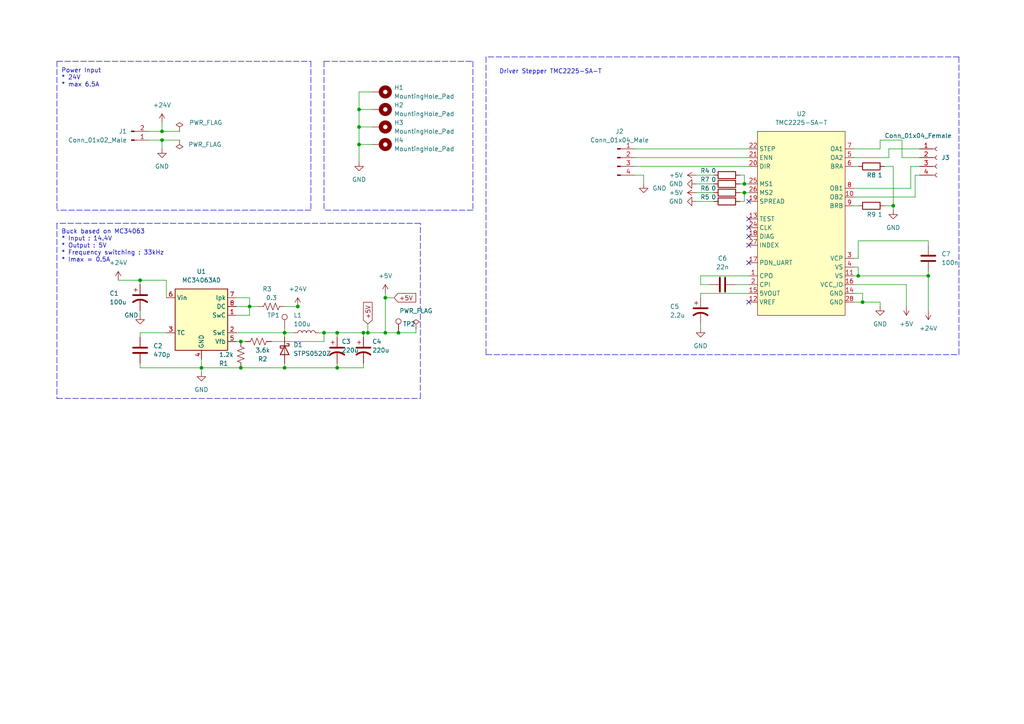
<source format=kicad_sch>
(kicad_sch (version 20211123) (generator eeschema)
  (paper "A4")
  (lib_symbols
    (symbol "Connector:Conn_01x02_Male" (pin_names (offset 1.016) hide)
      (property "Reference" "J" (at 0 2.54 0))
      (property "Value" "Conn_01x02_Male" (at 0 -5.08 0))
      (symbol "Conn_01x02_Male_1_1"
        (polyline (pts (xy 1.27 -2.54) (xy 0.8636 -2.54)) (stroke (width 0.1524)))
        (polyline (pts (xy 1.27 0) (xy 0.8636 0)) (stroke (width 0.1524)))
        (rectangle (start 0.8636 -2.413) (end 0 -2.667) (stroke (width 0.1524)) (fill (type outline)))
        (rectangle (start 0.8636 0.127) (end 0 -0.127) (stroke (width 0.1524)) (fill (type outline)))
        (pin passive line (at 5.08 0 180) (length 3.81) (name "Pin_1") (number "1"))
        (pin passive line (at 5.08 -2.54 180) (length 3.81) (name "Pin_2") (number "2"))
      )
    )
    (symbol "Connector:Conn_01x04_Female" (pin_names (offset 1.016) hide)
      (property "Reference" "J" (at 0 5.08 0))
      (property "Value" "Conn_01x04_Female" (at 0 -7.62 0))
      (symbol "Conn_01x04_Female_1_1"
        (arc (start 0 -4.572) (mid -0.508 -5.08) (end 0 -5.588) (stroke (width 0.1524)))
        (arc (start 0 -2.032) (mid -0.508 -2.54) (end 0 -3.048) (stroke (width 0.1524)))
        (polyline (pts (xy -1.27 -5.08) (xy -0.508 -5.08)) (stroke (width 0.1524)))
        (polyline (pts (xy -1.27 -2.54) (xy -0.508 -2.54)) (stroke (width 0.1524)))
        (polyline (pts (xy -1.27 0) (xy -0.508 0)) (stroke (width 0.1524)))
        (polyline (pts (xy -1.27 2.54) (xy -0.508 2.54)) (stroke (width 0.1524)))
        (arc (start 0 0.508) (mid -0.508 0) (end 0 -0.508) (stroke (width 0.1524)))
        (arc (start 0 3.048) (mid -0.508 2.54) (end 0 2.032) (stroke (width 0.1524)))
        (pin passive line (at -5.08 2.54 0) (length 3.81) (name "Pin_1") (number "1"))
        (pin passive line (at -5.08 0 0) (length 3.81) (name "Pin_2") (number "2"))
        (pin passive line (at -5.08 -2.54 0) (length 3.81) (name "Pin_3") (number "3"))
        (pin passive line (at -5.08 -5.08 0) (length 3.81) (name "Pin_4") (number "4"))
      )
    )
    (symbol "Connector:Conn_01x04_Male" (pin_names (offset 1.016) hide)
      (property "Reference" "J" (at 0 5.08 0))
      (property "Value" "Conn_01x04_Male" (at 0 -7.62 0))
      (symbol "Conn_01x04_Male_1_1"
        (polyline (pts (xy 1.27 -5.08) (xy 0.8636 -5.08)) (stroke (width 0.1524)))
        (polyline (pts (xy 1.27 -2.54) (xy 0.8636 -2.54)) (stroke (width 0.1524)))
        (polyline (pts (xy 1.27 0) (xy 0.8636 0)) (stroke (width 0.1524)))
        (polyline (pts (xy 1.27 2.54) (xy 0.8636 2.54)) (stroke (width 0.1524)))
        (rectangle (start 0.8636 -4.953) (end 0 -5.207) (stroke (width 0.1524)) (fill (type outline)))
        (rectangle (start 0.8636 -2.413) (end 0 -2.667) (stroke (width 0.1524)) (fill (type outline)))
        (rectangle (start 0.8636 0.127) (end 0 -0.127) (stroke (width 0.1524)) (fill (type outline)))
        (rectangle (start 0.8636 2.667) (end 0 2.413) (stroke (width 0.1524)) (fill (type outline)))
        (pin passive line (at 5.08 2.54 180) (length 3.81) (name "Pin_1") (number "1"))
        (pin passive line (at 5.08 0 180) (length 3.81) (name "Pin_2") (number "2"))
        (pin passive line (at 5.08 -2.54 180) (length 3.81) (name "Pin_3") (number "3"))
        (pin passive line (at 5.08 -5.08 180) (length 3.81) (name "Pin_4") (number "4"))
      )
    )
    (symbol "Connector:TestPoint" (pin_numbers hide) (pin_names (offset 0.762) hide)
      (property "Reference" "TP" (at 0 6.858 0))
      (property "Value" "TestPoint" (at 0 5.08 0))
      (symbol "TestPoint_0_1"
        (circle (center 0 3.302) (radius 0.762))
      )
      (symbol "TestPoint_1_1"
        (pin passive line (at 0 0 90) (length 2.54) (name "1") (number "1"))
      )
    )
    (symbol "Custom_laptop:TMC2225-SA-T"
      (property "Reference" "U" (at -11.43 25.4 0))
      (property "Value" "TMC2225-SA-T" (at 5.08 -31.75 0))
      (symbol "TMC2225-SA-T_0_1"
        (rectangle (start -12.7 24.13) (end 12.7 -29.21) (fill (type background)))
      )
      (symbol "TMC2225-SA-T_1_1"
        (pin passive line (at -15.24 -17.78 0) (length 2.54) (name "CPO") (number "1"))
        (pin passive line (at 15.24 5.08 180) (length 2.54) (name "OB2") (number "10"))
        (pin power_in line (at 15.24 -17.78 180) (length 2.54) (name "VS") (number "11"))
        (pin passive line (at -15.24 -25.4 0) (length 2.54) (name "VREF") (number "12"))
        (pin passive line (at -15.24 -1.27 0) (length 2.54) (name "TEST") (number "13"))
        (pin power_in line (at 15.24 -22.86 180) (length 2.54) (name "GND") (number "14"))
        (pin passive line (at -15.24 -22.86 0) (length 2.54) (name "5VOUT") (number "15"))
        (pin power_in line (at 15.24 -20.32 180) (length 2.54) (name "VCC_IO") (number "16"))
        (pin passive line (at -15.24 -13.97 0) (length 2.54) (name "PDN_UART") (number "17"))
        (pin passive line (at -15.24 -6.35 0) (length 2.54) (name "DIAG") (number "18"))
        (pin passive line (at -15.24 3.81 0) (length 2.54) (name "SPREAD") (number "19"))
        (pin passive line (at -15.24 -20.32 0) (length 2.54) (name "CPI") (number "2"))
        (pin passive line (at -15.24 13.97 0) (length 2.54) (name "DIR") (number "20"))
        (pin passive line (at -15.24 16.51 0) (length 2.54) (name "ENN") (number "21"))
        (pin passive line (at -15.24 19.05 0) (length 2.54) (name "STEP") (number "22"))
        (pin passive line (at -15.24 -3.81 0) (length 2.54) (name "CLK") (number "24"))
        (pin passive line (at -15.24 8.89 0) (length 2.54) (name "MS1") (number "25"))
        (pin passive line (at -15.24 6.35 0) (length 2.54) (name "MS2") (number "26"))
        (pin passive line (at -15.24 -8.89 0) (length 2.54) (name "INDEX") (number "27"))
        (pin power_in line (at 15.24 -25.4 180) (length 2.54) (name "GND") (number "28"))
        (pin passive line (at 15.24 -12.7 180) (length 2.54) (name "VCP") (number "3"))
        (pin passive line (at 15.24 -15.24 180) (length 2.54) (name "VS") (number "4"))
        (pin passive line (at 15.24 16.51 180) (length 2.54) (name "OA2") (number "5"))
        (pin passive line (at 15.24 13.97 180) (length 2.54) (name "BRA") (number "6"))
        (pin passive line (at 15.24 19.05 180) (length 2.54) (name "OA1") (number "7"))
        (pin passive line (at 15.24 7.62 180) (length 2.54) (name "OB1") (number "8"))
        (pin passive line (at 15.24 2.54 180) (length 2.54) (name "BRB") (number "9"))
      )
    )
    (symbol "Device:C" (pin_numbers hide) (pin_names (offset 0.254))
      (property "Reference" "C" (at 0.635 2.54 0))
      (property "Value" "C" (at 0.635 -2.54 0))
      (symbol "C_0_1"
        (polyline (pts (xy -2.032 -0.762) (xy 2.032 -0.762)) (stroke (width 0.508)))
        (polyline (pts (xy -2.032 0.762) (xy 2.032 0.762)) (stroke (width 0.508)))
      )
      (symbol "C_1_1"
        (pin passive line (at 0 3.81 270) (length 2.794) (name "~") (number "1"))
        (pin passive line (at 0 -3.81 90) (length 2.794) (name "~") (number "2"))
      )
    )
    (symbol "Device:C_Polarized_US" (pin_numbers hide) (pin_names (offset 0.254) hide)
      (property "Reference" "C" (at 0.635 2.54 0))
      (property "Value" "C_Polarized_US" (at 0.635 -2.54 0))
      (symbol "C_Polarized_US_0_1"
        (polyline (pts (xy -2.032 0.762) (xy 2.032 0.762)) (stroke (width 0.508)))
        (polyline (pts (xy -1.778 2.286) (xy -0.762 2.286)))
        (polyline (pts (xy -1.27 1.778) (xy -1.27 2.794)))
        (arc (start 2.032 -1.27) (mid 0 -0.5572) (end -2.032 -1.27) (stroke (width 0.508)))
      )
      (symbol "C_Polarized_US_1_1"
        (pin passive line (at 0 3.81 270) (length 2.794) (name "~") (number "1"))
        (pin passive line (at 0 -3.81 90) (length 3.302) (name "~") (number "2"))
      )
    )
    (symbol "Device:D_Schottky" (pin_numbers hide) (pin_names (offset 1.016) hide)
      (property "Reference" "D" (at 0 2.54 0))
      (property "Value" "D_Schottky" (at 0 -2.54 0))
      (symbol "D_Schottky_0_1"
        (polyline (pts (xy 1.27 0) (xy -1.27 0)))
        (polyline (pts (xy 1.27 1.27) (xy 1.27 -1.27) (xy -1.27 0) (xy 1.27 1.27)) (stroke (width 0.254)))
        (polyline (pts (xy -1.905 0.635) (xy -1.905 1.27) (xy -1.27 1.27) (xy -1.27 -1.27) (xy -0.635 -1.27) (xy -0.635 -0.635)) (stroke (width 0.254)))
      )
      (symbol "D_Schottky_1_1"
        (pin passive line (at -3.81 0 0) (length 2.54) (name "K") (number "1"))
        (pin passive line (at 3.81 0 180) (length 2.54) (name "A") (number "2"))
      )
    )
    (symbol "Device:L" (pin_numbers hide) (pin_names (offset 1.016) hide)
      (property "Reference" "L" (at -1.27 0 90))
      (property "Value" "L" (at 1.905 0 90))
      (symbol "L_0_1"
        (arc (start 0 -2.54) (mid 0.635 -1.905) (end 0 -1.27))
        (arc (start 0 -1.27) (mid 0.635 -0.635) (end 0 0))
        (arc (start 0 0) (mid 0.635 0.635) (end 0 1.27))
        (arc (start 0 1.27) (mid 0.635 1.905) (end 0 2.54))
      )
      (symbol "L_1_1"
        (pin passive line (at 0 3.81 270) (length 1.27) (name "1") (number "1"))
        (pin passive line (at 0 -3.81 90) (length 1.27) (name "2") (number "2"))
      )
    )
    (symbol "Device:R" (pin_numbers hide) (pin_names (offset 0))
      (property "Reference" "R" (at 2.032 0 90))
      (property "Value" "R" (at 0 0 90))
      (symbol "R_0_1"
        (rectangle (start -1.016 -2.54) (end 1.016 2.54) (stroke (width 0.254)))
      )
      (symbol "R_1_1"
        (pin passive line (at 0 3.81 270) (length 1.27) (name "~") (number "1"))
        (pin passive line (at 0 -3.81 90) (length 1.27) (name "~") (number "2"))
      )
    )
    (symbol "Device:R_US" (pin_numbers hide) (pin_names (offset 0))
      (property "Reference" "R" (at 2.54 0 90))
      (property "Value" "R_US" (at -2.54 0 90))
      (symbol "R_US_0_1"
        (polyline (pts (xy 0 -2.286) (xy 0 -2.54)))
        (polyline (pts (xy 0 2.286) (xy 0 2.54)))
        (polyline (pts (xy 0 -0.762) (xy 1.016 -1.143) (xy 0 -1.524) (xy -1.016 -1.905) (xy 0 -2.286)))
        (polyline (pts (xy 0 0.762) (xy 1.016 0.381) (xy 0 0) (xy -1.016 -0.381) (xy 0 -0.762)))
        (polyline (pts (xy 0 2.286) (xy 1.016 1.905) (xy 0 1.524) (xy -1.016 1.143) (xy 0 0.762)))
      )
      (symbol "R_US_1_1"
        (pin passive line (at 0 3.81 270) (length 1.27) (name "~") (number "1"))
        (pin passive line (at 0 -3.81 90) (length 1.27) (name "~") (number "2"))
      )
    )
    (symbol "Mechanical:MountingHole_Pad" (pin_numbers hide) (pin_names (offset 1.016) hide)
      (property "Reference" "H" (at 0 6.35 0))
      (property "Value" "MountingHole_Pad" (at 0 4.445 0))
      (symbol "MountingHole_Pad_0_1"
        (circle (center 0 1.27) (radius 1.27) (stroke (width 1.27)))
      )
      (symbol "MountingHole_Pad_1_1"
        (pin input line (at 0 -2.54 90) (length 2.54) (name "1") (number "1"))
      )
    )
    (symbol "Regulator_Switching:MC34063AD"
      (property "Reference" "U" (at -7.62 8.89 0))
      (property "Value" "MC34063AD" (at 0 8.89 0))
      (symbol "MC34063AD_0_1"
        (rectangle (start -7.62 7.62) (end 7.62 -10.16) (stroke (width 0.254)) (fill (type background)))
      )
      (symbol "MC34063AD_1_1"
        (pin open_collector line (at 10.16 0 180) (length 2.54) (name "SwC") (number "1"))
        (pin open_emitter line (at 10.16 -5.08 180) (length 2.54) (name "SwE") (number "2"))
        (pin passive line (at -10.16 -5.08 0) (length 2.54) (name "TC") (number "3"))
        (pin power_in line (at 0 -12.7 90) (length 2.54) (name "GND") (number "4"))
        (pin input line (at 10.16 -7.62 180) (length 2.54) (name "Vfb") (number "5"))
        (pin power_in line (at -10.16 5.08 0) (length 2.54) (name "Vin") (number "6"))
        (pin input line (at 10.16 5.08 180) (length 2.54) (name "Ipk") (number "7"))
        (pin open_collector line (at 10.16 2.54 180) (length 2.54) (name "DC") (number "8"))
      )
    )
    (symbol "power:+24V" (power) (pin_names (offset 0))
      (property "Value" "+24V" (at 0 3.556 0))
      (symbol "+24V_0_1"
        (polyline (pts (xy -0.762 1.27) (xy 0 2.54)))
        (polyline (pts (xy 0 0) (xy 0 2.54)))
        (polyline (pts (xy 0 2.54) (xy 0.762 1.27)))
      )
      (symbol "+24V_1_1"
        (pin power_in line (at 0 0 90) (length 0) hide (name "+24V") (number "1"))
      )
    )
    (symbol "power:+5V" (power) (pin_names (offset 0))
      (property "Value" "+5V" (at 0 3.556 0))
      (symbol "+5V_0_1"
        (polyline (pts (xy -0.762 1.27) (xy 0 2.54)))
        (polyline (pts (xy 0 0) (xy 0 2.54)))
        (polyline (pts (xy 0 2.54) (xy 0.762 1.27)))
      )
      (symbol "+5V_1_1"
        (pin power_in line (at 0 0 90) (length 0) hide (name "+5V") (number "1"))
      )
    )
    (symbol "power:GND" (power) (pin_names (offset 0))
      (property "Value" "GND" (at 0 -3.81 0))
      (symbol "GND_0_1"
        (polyline (pts (xy 0 0) (xy 0 -1.27) (xy 1.27 -1.27) (xy 0 -2.54) (xy -1.27 -1.27) (xy 0 -1.27)))
      )
      (symbol "GND_1_1"
        (pin power_in line (at 0 0 270) (length 0) hide (name "GND") (number "1"))
      )
    )
    (symbol "power:PWR_FLAG" (power) (pin_numbers hide) (pin_names (offset 0) hide)
      (property "Value" "PWR_FLAG" (at 0 3.81 0))
      (symbol "PWR_FLAG_0_0"
        (pin power_out line (at 0 0 90) (length 0) (name "pwr") (number "1"))
      )
      (symbol "PWR_FLAG_0_1"
        (polyline (pts (xy 0 0) (xy 0 1.27) (xy -1.016 1.905) (xy 0 2.54) (xy 1.016 1.905) (xy 0 1.27)))
      )
    )
  )
  (junction (at 82.55 96.52))
  (junction (at 97.79 106.68))
  (junction (at 105.41 96.52))
  (junction (at 58.42 106.68))
  (junction (at 46.99 38.1))
  (junction (at 104.14 31.75))
  (junction (at 97.79 96.52))
  (junction (at 269.24 80.01))
  (junction (at 86.36 88.9))
  (junction (at 259.08 59.69))
  (junction (at 46.99 40.64))
  (junction (at 40.64 81.28))
  (junction (at 104.14 41.91))
  (junction (at 215.9 53.34))
  (junction (at 93.98 96.52))
  (junction (at 72.39 88.9))
  (junction (at 111.76 96.52))
  (junction (at 69.85 106.68))
  (junction (at 106.68 96.52))
  (junction (at 215.9 55.88))
  (junction (at 111.76 86.36))
  (junction (at 104.14 36.83))
  (junction (at 82.55 106.68))
  (junction (at 250.19 87.63))
  (junction (at 115.57 96.52))
  (junction (at 248.92 80.01))
  (junction (at 69.85 99.06))
  (no_connect (at 217.17 87.63))
  (no_connect (at 217.17 68.58))
  (no_connect (at 217.17 71.12))
  (no_connect (at 217.17 58.42))
  (no_connect (at 217.17 63.5))
  (no_connect (at 217.17 66.04))
  (no_connect (at 217.17 76.2))
  (wire (pts (xy 201.93 53.34) (xy 207.01 53.34)))
  (wire (pts (xy 184.15 48.26) (xy 217.17 48.26)))
  (wire (pts (xy 184.15 50.8) (xy 186.69 50.8)))
  (wire (pts (xy 247.65 85.09) (xy 250.19 85.09)))
  (wire (pts (xy 247.65 57.15) (xy 265.43 57.15)))
  (wire (pts (xy 40.64 105.41) (xy 40.64 106.68)))
  (wire (pts (xy 72.39 86.36) (xy 72.39 88.9)))
  (wire (pts (xy 265.43 50.8) (xy 266.7 50.8)))
  (polyline (pts (xy 16.51 17.78) (xy 90.17 17.78)))
  (wire (pts (xy 82.55 88.9) (xy 86.36 88.9)))
  (wire (pts (xy 264.16 54.61) (xy 247.65 54.61)))
  (polyline (pts (xy 278.13 16.51) (xy 140.97 16.51)))
  (polyline (pts (xy 93.98 17.78) (xy 137.16 17.78)))
  (wire (pts (xy 97.79 96.52) (xy 97.79 97.79)))
  (wire (pts (xy 82.55 105.41) (xy 82.55 106.68)))
  (wire (pts (xy 250.19 87.63) (xy 247.65 87.63)))
  (wire (pts (xy 269.24 78.74) (xy 269.24 80.01)))
  (wire (pts (xy 46.99 38.1) (xy 52.07 38.1)))
  (wire (pts (xy 72.39 91.44) (xy 72.39 88.9)))
  (wire (pts (xy 266.7 48.26) (xy 264.16 48.26)))
  (wire (pts (xy 203.2 86.36) (xy 203.2 85.09)))
  (wire (pts (xy 105.41 106.68) (xy 97.79 106.68)))
  (wire (pts (xy 58.42 107.95) (xy 58.42 106.68)))
  (wire (pts (xy 105.41 96.52) (xy 106.68 96.52)))
  (wire (pts (xy 104.14 31.75) (xy 104.14 36.83)))
  (wire (pts (xy 201.93 50.8) (xy 207.01 50.8)))
  (wire (pts (xy 215.9 55.88) (xy 217.17 55.88)))
  (wire (pts (xy 40.64 81.28) (xy 40.64 82.55)))
  (wire (pts (xy 184.15 45.72) (xy 217.17 45.72)))
  (wire (pts (xy 86.36 88.9) (xy 86.36 87.63)))
  (wire (pts (xy 82.55 95.25) (xy 82.55 96.52)))
  (wire (pts (xy 203.2 82.55) (xy 203.2 80.01)))
  (polyline (pts (xy 93.98 17.78) (xy 93.98 60.96)))
  (wire (pts (xy 104.14 36.83) (xy 104.14 41.91)))
  (wire (pts (xy 269.24 80.01) (xy 248.92 80.01)))
  (wire (pts (xy 40.64 81.28) (xy 48.26 81.28)))
  (wire (pts (xy 43.18 38.1) (xy 46.99 38.1)))
  (polyline (pts (xy 121.92 64.77) (xy 16.51 64.77)))
  (wire (pts (xy 203.2 85.09) (xy 217.17 85.09)))
  (wire (pts (xy 120.65 95.25) (xy 120.65 96.52)))
  (wire (pts (xy 68.58 96.52) (xy 82.55 96.52)))
  (wire (pts (xy 106.68 93.98) (xy 106.68 96.52)))
  (wire (pts (xy 48.26 96.52) (xy 40.64 96.52)))
  (wire (pts (xy 247.65 59.69) (xy 248.92 59.69)))
  (wire (pts (xy 214.63 55.88) (xy 215.9 55.88)))
  (wire (pts (xy 215.9 53.34) (xy 217.17 53.34)))
  (wire (pts (xy 214.63 58.42) (xy 215.9 58.42)))
  (polyline (pts (xy 278.13 16.51) (xy 278.13 102.87)))
  (wire (pts (xy 48.26 81.28) (xy 48.26 86.36)))
  (wire (pts (xy 257.81 43.18) (xy 266.7 43.18)))
  (wire (pts (xy 261.62 40.64) (xy 261.62 45.72)))
  (wire (pts (xy 46.99 40.64) (xy 52.07 40.64)))
  (wire (pts (xy 111.76 85.09) (xy 111.76 86.36)))
  (wire (pts (xy 72.39 88.9) (xy 74.93 88.9)))
  (wire (pts (xy 201.93 58.42) (xy 207.01 58.42)))
  (wire (pts (xy 111.76 86.36) (xy 114.3 86.36)))
  (wire (pts (xy 256.54 48.26) (xy 259.08 48.26)))
  (polyline (pts (xy 90.17 17.78) (xy 90.17 60.96)))
  (wire (pts (xy 40.64 96.52) (xy 40.64 97.79)))
  (wire (pts (xy 111.76 86.36) (xy 111.76 96.52)))
  (wire (pts (xy 213.36 82.55) (xy 217.17 82.55)))
  (wire (pts (xy 247.65 74.93) (xy 248.92 74.93)))
  (wire (pts (xy 104.14 36.83) (xy 107.95 36.83)))
  (wire (pts (xy 214.63 53.34) (xy 215.9 53.34)))
  (polyline (pts (xy 16.51 17.78) (xy 16.51 60.96)))
  (wire (pts (xy 78.74 99.06) (xy 93.98 99.06)))
  (wire (pts (xy 97.79 106.68) (xy 97.79 105.41)))
  (wire (pts (xy 256.54 59.69) (xy 259.08 59.69)))
  (wire (pts (xy 203.2 80.01) (xy 217.17 80.01)))
  (polyline (pts (xy 16.51 115.57) (xy 121.92 115.57)))
  (wire (pts (xy 269.24 69.85) (xy 269.24 71.12)))
  (wire (pts (xy 93.98 99.06) (xy 93.98 96.52)))
  (wire (pts (xy 255.27 40.64) (xy 261.62 40.64)))
  (wire (pts (xy 97.79 96.52) (xy 105.41 96.52)))
  (wire (pts (xy 250.19 85.09) (xy 250.19 87.63)))
  (wire (pts (xy 248.92 80.01) (xy 248.92 77.47)))
  (polyline (pts (xy 16.51 64.77) (xy 16.51 115.57)))
  (wire (pts (xy 68.58 86.36) (xy 72.39 86.36)))
  (wire (pts (xy 104.14 31.75) (xy 107.95 31.75)))
  (wire (pts (xy 247.65 48.26) (xy 248.92 48.26)))
  (polyline (pts (xy 140.97 16.51) (xy 140.97 102.87)))
  (wire (pts (xy 68.58 91.44) (xy 72.39 91.44)))
  (wire (pts (xy 262.89 82.55) (xy 262.89 88.9)))
  (wire (pts (xy 247.65 82.55) (xy 262.89 82.55)))
  (wire (pts (xy 104.14 41.91) (xy 104.14 46.99)))
  (wire (pts (xy 104.14 26.67) (xy 104.14 31.75)))
  (wire (pts (xy 247.65 80.01) (xy 248.92 80.01)))
  (wire (pts (xy 69.85 99.06) (xy 71.12 99.06)))
  (wire (pts (xy 205.74 82.55) (xy 203.2 82.55)))
  (wire (pts (xy 82.55 96.52) (xy 85.09 96.52)))
  (wire (pts (xy 214.63 50.8) (xy 215.9 50.8)))
  (wire (pts (xy 257.81 45.72) (xy 257.81 43.18)))
  (wire (pts (xy 184.15 43.18) (xy 217.17 43.18)))
  (wire (pts (xy 34.29 81.28) (xy 40.64 81.28)))
  (wire (pts (xy 68.58 99.06) (xy 69.85 99.06)))
  (wire (pts (xy 203.2 93.98) (xy 203.2 95.25)))
  (wire (pts (xy 105.41 106.68) (xy 105.41 105.41)))
  (wire (pts (xy 201.93 55.88) (xy 207.01 55.88)))
  (wire (pts (xy 186.69 50.8) (xy 186.69 53.34)))
  (wire (pts (xy 255.27 88.9) (xy 255.27 87.63)))
  (wire (pts (xy 40.64 90.17) (xy 40.64 91.44)))
  (wire (pts (xy 111.76 96.52) (xy 115.57 96.52)))
  (polyline (pts (xy 137.16 60.96) (xy 93.98 60.96)))
  (wire (pts (xy 58.42 104.14) (xy 58.42 106.68)))
  (wire (pts (xy 58.42 106.68) (xy 69.85 106.68)))
  (wire (pts (xy 69.85 106.68) (xy 82.55 106.68)))
  (wire (pts (xy 248.92 74.93) (xy 248.92 69.85)))
  (wire (pts (xy 215.9 58.42) (xy 215.9 55.88)))
  (wire (pts (xy 40.64 106.68) (xy 58.42 106.68)))
  (wire (pts (xy 247.65 45.72) (xy 257.81 45.72)))
  (wire (pts (xy 247.65 43.18) (xy 255.27 43.18)))
  (wire (pts (xy 68.58 88.9) (xy 72.39 88.9)))
  (polyline (pts (xy 140.97 102.87) (xy 278.13 102.87)))
  (wire (pts (xy 97.79 106.68) (xy 82.55 106.68)))
  (wire (pts (xy 261.62 45.72) (xy 266.7 45.72)))
  (wire (pts (xy 250.19 87.63) (xy 255.27 87.63)))
  (wire (pts (xy 82.55 96.52) (xy 82.55 97.79)))
  (wire (pts (xy 105.41 96.52) (xy 105.41 97.79)))
  (wire (pts (xy 93.98 96.52) (xy 97.79 96.52)))
  (wire (pts (xy 43.18 40.64) (xy 46.99 40.64)))
  (wire (pts (xy 247.65 77.47) (xy 248.92 77.47)))
  (wire (pts (xy 92.71 96.52) (xy 93.98 96.52)))
  (wire (pts (xy 248.92 69.85) (xy 269.24 69.85)))
  (wire (pts (xy 259.08 48.26) (xy 259.08 59.69)))
  (wire (pts (xy 120.65 96.52) (xy 115.57 96.52)))
  (wire (pts (xy 106.68 96.52) (xy 111.76 96.52)))
  (wire (pts (xy 46.99 40.64) (xy 46.99 43.18)))
  (polyline (pts (xy 121.92 115.57) (xy 121.92 64.77)))
  (wire (pts (xy 215.9 50.8) (xy 215.9 53.34)))
  (wire (pts (xy 255.27 43.18) (xy 255.27 40.64)))
  (polyline (pts (xy 90.17 60.96) (xy 16.51 60.96)))
  (wire (pts (xy 265.43 57.15) (xy 265.43 50.8)))
  (wire (pts (xy 107.95 26.67) (xy 104.14 26.67)))
  (wire (pts (xy 46.99 38.1) (xy 46.99 35.56)))
  (wire (pts (xy 104.14 41.91) (xy 107.95 41.91)))
  (wire (pts (xy 264.16 48.26) (xy 264.16 54.61)))
  (wire (pts (xy 269.24 90.17) (xy 269.24 80.01)))
  (polyline (pts (xy 137.16 17.78) (xy 137.16 60.96)))
  (wire (pts (xy 259.08 59.69) (xy 259.08 60.96)))
  (text "Driver Stepper TMC2225-SA-T\n" (at 144.78 21.59 0) (effects (font (size 1.27 1.27)) (justify left bottom)))
  (text "Buck based on MC34063\n* Input : 14.4V\n* Output : 5V\n* Frequency switching : 33kHz\n* Imax = 0.5A\n" (at 17.78 76.2 0) (effects (font (size 1.27 1.27)) (justify left bottom)))
  (text "Power Input\n* 24V \n* max 6.5A" (at 17.78 25.4 0) (effects (font (size 1.27 1.27)) (justify left bottom)))
  (global_label "+5V" (shape input) (at 106.68 93.98 90) (property "Intersheet References" "${INTERSHEET_REFS}" (effects hide)))
  (global_label "+5V" (shape input) (at 114.3 86.36 0) (property "Intersheet References" "${INTERSHEET_REFS}" (effects hide)))
  (symbol (lib_id "Device:L") (at 88.9 96.52 90) (unit 1)
    (property "Reference" "L1" (at 86.36 91.44 90))
    (property "Value" "100u" (at 87.63 93.98 90))
    (property "Footprint" "Inductor_SMD:L_12x12mm_H6mm" (effects hide))
    (property "Datasheet" "https://www.we-online.com/catalog/datasheet/784771101.pdf" (effects hide))
  )
  (symbol (lib_id "Mechanical:MountingHole_Pad") (at 110.49 36.83 270) (unit 1)
    (property "Reference" "H3" (at 114.3 35.5599 90) (effects (justify left)))
    (property "Value" "MountingHole_Pad" (at 114.3 38.0999 90) (effects (justify left)))
    (property "Footprint" "MountingHole:MountingHole_3.2mm_M3_DIN965_Pad" (effects hide))
  )
  (symbol (lib_id "power:GND") (at 58.42 107.95 0) (unit 1)
    (property "Reference" "#PWR05" (effects hide))
    (property "Value" "GND" (at 58.42 113.03 0))
  )
  (symbol (lib_id "Connector:TestPoint") (at 82.55 95.25 0) (unit 1)
    (property "Reference" "TP1" (at 77.47 91.44 0) (effects (justify left)))
    (property "Value" "BUCK_OUT" (effects hide))
    (property "Footprint" "TestPoint:TestPoint_Pad_D1.0mm" (effects hide))
  )
  (symbol (lib_id "Connector:Conn_01x04_Female") (at 271.78 45.72 0) (unit 1)
    (property "Reference" "J3" (at 273.05 45.7199 0) (effects (justify left)))
    (property "Value" "Conn_01x04_Female" (at 256.54 39.37 0) (effects (justify left)))
    (property "Footprint" "Connector_PinSocket_2.54mm:PinSocket_1x04_P2.54mm_Vertical" (effects hide))
  )
  (symbol (lib_id "power:GND") (at 201.93 58.42 270) (unit 1)
    (property "Reference" "#PWR012" (effects hide))
    (property "Value" "GND" (at 198.12 58.4199 90) (effects (justify right)))
  )
  (symbol (lib_id "power:+24V") (at 34.29 81.28 0) (unit 1)
    (property "Reference" "#PWR01" (effects hide))
    (property "Value" "+24V" (at 34.29 76.2 0))
  )
  (symbol (lib_id "Connector:TestPoint") (at 115.57 96.52 0) (unit 1)
    (property "Reference" "TP2" (at 116.84 93.98 0) (effects (justify left)))
    (property "Value" "+5V" (effects hide))
    (property "Footprint" "TestPoint:TestPoint_Pad_D1.0mm" (effects hide))
  )
  (symbol (lib_id "Device:C") (at 209.55 82.55 90) (unit 1)
    (property "Reference" "C6" (at 209.55 74.93 90))
    (property "Value" "22n" (at 209.55 77.47 90))
    (property "Footprint" "Capacitor_SMD:C_0603_1608Metric_Pad1.08x0.95mm_HandSolder" (effects hide))
  )
  (symbol (lib_id "power:GND") (at 40.64 91.44 0) (unit 1)
    (property "Reference" "#PWR02" (effects hide))
    (property "Value" "GND" (at 38.1 91.44 0))
  )
  (symbol (lib_id "Device:R_US") (at 74.93 99.06 90) (unit 1)
    (property "Reference" "R2" (at 76.2 104.14 90))
    (property "Value" "3.6k" (at 76.2 101.6 90))
    (property "Footprint" "Resistor_SMD:R_0603_1608Metric_Pad0.98x0.95mm_HandSolder" (effects hide))
  )
  (symbol (lib_id "Device:C") (at 40.64 101.6 0) (unit 1)
    (property "Reference" "C2" (at 44.45 100.3299 0) (effects (justify left)))
    (property "Value" "470p" (at 44.45 102.8699 0) (effects (justify left)))
    (property "Footprint" "Capacitor_SMD:C_0603_1608Metric_Pad1.08x0.95mm_HandSolder" (effects hide))
  )
  (symbol (lib_id "Device:R") (at 252.73 48.26 90) (unit 1)
    (property "Reference" "R8" (at 252.73 50.8 90))
    (property "Value" "1" (at 255.27 50.8 90))
    (property "Footprint" "Resistor_SMD:R_0603_1608Metric_Pad0.98x0.95mm_HandSolder" (effects hide))
  )
  (symbol (lib_id "power:GND") (at 201.93 53.34 270) (unit 1)
    (property "Reference" "#PWR010" (effects hide))
    (property "Value" "GND" (at 198.12 53.3399 90) (effects (justify right)))
  )
  (symbol (lib_id "Device:R_US") (at 69.85 102.87 0) (unit 1)
    (property "Reference" "R1" (at 63.5 105.41 0) (effects (justify left)))
    (property "Value" "1.2k" (at 63.5 102.87 0) (effects (justify left)))
    (property "Footprint" "Resistor_SMD:R_0603_1608Metric_Pad0.98x0.95mm_HandSolder" (effects hide))
  )
  (symbol (lib_id "power:GND") (at 255.27 88.9 0) (unit 1)
    (property "Reference" "#PWR014" (effects hide))
    (property "Value" "GND" (at 255.27 93.98 0))
  )
  (symbol (lib_id "power:+5V") (at 262.89 88.9 180) (unit 1)
    (property "Reference" "#PWR016" (effects hide))
    (property "Value" "+5V" (at 262.89 93.98 0))
  )
  (symbol (lib_id "power:GND") (at 186.69 53.34 0) (unit 1)
    (property "Reference" "#PWR08" (effects hide))
    (property "Value" "GND" (at 189.23 54.6099 0) (effects (justify left)))
  )
  (symbol (lib_id "power:PWR_FLAG") (at 120.65 95.25 0) (unit 1)
    (property "Reference" "#FLG01" (effects hide))
    (property "Value" "PWR_FLAG" (at 120.65 90.17 0))
  )
  (symbol (lib_id "power:PWR_FLAG") (at 52.07 38.1 0) (unit 1)
    (property "Reference" "#FLG0102" (effects hide))
    (property "Value" "PWR_FLAG" (at 59.69 35.56 0))
  )
  (symbol (lib_id "Regulator_Switching:MC34063AD") (at 58.42 91.44 0) (unit 1)
    (property "Reference" "U1" (at 58.42 78.74 0))
    (property "Value" "MC34063AD" (at 58.42 81.28 0))
    (property "Footprint" "Package_SO:SOIC-8_3.9x4.9mm_P1.27mm" (effects hide))
    (property "Datasheet" "http://www.onsemi.com/pub_link/Collateral/MC34063A-D.PDF" (effects hide))
    (property "URL" "https://fr.farnell.com/stmicroelectronics/mc34063abd-tr/controleur-dc-dc-cms-34063-so8/dp/1087205" (effects hide))
  )
  (symbol (lib_id "power:+24V") (at 86.36 88.9 0) (unit 1)
    (property "Reference" "#PWR0101" (effects hide))
    (property "Value" "+24V" (at 86.36 83.82 0))
  )
  (symbol (lib_id "Connector:Conn_01x02_Male") (at 38.1 40.64 0) (mirror x) (unit 1)
    (property "Reference" "J1" (at 36.83 38.0999 0) (effects (justify right)))
    (property "Value" "Conn_01x02_Male" (at 36.83 40.6399 0) (effects (justify right)))
    (property "Footprint" "Connector_AMASS:AMASS_XT60-M_1x02_P7.20mm_Vertical" (effects hide))
  )
  (symbol (lib_id "Device:D_Schottky") (at 82.55 101.6 270) (unit 1)
    (property "Reference" "D1" (at 85.09 100.0124 90) (effects (justify left)))
    (property "Value" "STPS0520Z" (at 85.09 102.5524 90) (effects (justify left)))
    (property "Footprint" "Diode_SMD:D_SOD-123" (effects hide))
  )
  (symbol (lib_id "power:+24V") (at 269.24 90.17 180) (unit 1)
    (property "Reference" "#PWR017" (effects hide))
    (property "Value" "+24V" (at 269.24 95.25 0))
  )
  (symbol (lib_id "Device:C_Polarized_US") (at 105.41 101.6 0) (unit 1)
    (property "Reference" "C4" (at 107.95 99.06 0) (effects (justify left)))
    (property "Value" "220u" (at 107.95 101.6 0) (effects (justify left)))
    (property "Footprint" "Capacitor_SMD:CP_Elec_8x10.5" (effects hide))
  )
  (symbol (lib_id "Device:R") (at 210.82 53.34 90) (unit 1)
    (property "Reference" "R5" (at 204.47 57.15 90))
    (property "Value" "0" (at 207.01 52.07 90))
    (property "Footprint" "Resistor_SMD:R_0603_1608Metric_Pad0.98x0.95mm_HandSolder" (effects hide))
  )
  (symbol (lib_id "power:GND") (at 46.99 43.18 0) (unit 1)
    (property "Reference" "#PWR04" (effects hide))
    (property "Value" "GND" (at 46.99 48.26 0))
  )
  (symbol (lib_id "Custom_laptop:TMC2225-SA-T") (at 232.41 62.23 0) (unit 1)
    (property "Reference" "U2" (at 232.41 33.02 0))
    (property "Value" "TMC2225-SA-T" (at 232.41 35.56 0))
    (property "Footprint" "Package_SO:HTSSOP-28-1EP_4.4x9.7mm_P0.65mm_EP2.85x5.4mm_ThermalVias" (effects hide))
  )
  (symbol (lib_id "Device:C_Polarized_US") (at 203.2 90.17 0) (unit 1)
    (property "Reference" "C5" (at 194.31 88.9 0) (effects (justify left)))
    (property "Value" "2.2u" (at 194.31 91.44 0) (effects (justify left)))
    (property "Footprint" "Capacitor_SMD:CP_Elec_4x5.7" (effects hide))
  )
  (symbol (lib_id "power:GND") (at 203.2 95.25 0) (unit 1)
    (property "Reference" "#PWR013" (effects hide))
    (property "Value" "GND" (at 203.2 100.33 0))
  )
  (symbol (lib_id "Device:R") (at 210.82 50.8 90) (unit 1)
    (property "Reference" "R4" (at 204.47 49.53 90))
    (property "Value" "0" (at 207.01 49.53 90))
    (property "Footprint" "Resistor_SMD:R_0603_1608Metric_Pad0.98x0.95mm_HandSolder" (effects hide))
  )
  (symbol (lib_id "power:PWR_FLAG") (at 52.07 40.64 180) (unit 1)
    (property "Reference" "#FLG0101" (effects hide))
    (property "Value" "PWR_FLAG" (at 54.61 41.9099 0) (effects (justify right)))
  )
  (symbol (lib_id "Device:R") (at 252.73 59.69 90) (unit 1)
    (property "Reference" "R9" (at 252.73 62.23 90))
    (property "Value" "1" (at 255.27 62.23 90))
    (property "Footprint" "Resistor_SMD:R_0603_1608Metric_Pad0.98x0.95mm_HandSolder" (effects hide))
  )
  (symbol (lib_id "power:GND") (at 104.14 46.99 0) (unit 1)
    (property "Reference" "#PWR0102" (effects hide))
    (property "Value" "GND" (at 104.14 52.07 0))
  )
  (symbol (lib_id "power:GND") (at 259.08 60.96 0) (unit 1)
    (property "Reference" "#PWR015" (effects hide))
    (property "Value" "GND" (at 259.08 66.04 0))
  )
  (symbol (lib_id "Device:R_US") (at 78.74 88.9 90) (unit 1)
    (property "Reference" "R3" (at 77.47 83.82 90))
    (property "Value" "0.3" (at 78.74 86.36 90))
    (property "Footprint" "Resistor_SMD:R_0603_1608Metric_Pad0.98x0.95mm_HandSolder" (effects hide))
  )
  (symbol (lib_id "Mechanical:MountingHole_Pad") (at 110.49 31.75 270) (unit 1)
    (property "Reference" "H2" (at 114.3 30.4799 90) (effects (justify left)))
    (property "Value" "MountingHole_Pad" (at 114.3 33.0199 90) (effects (justify left)))
    (property "Footprint" "MountingHole:MountingHole_3.2mm_M3_DIN965_Pad" (effects hide))
  )
  (symbol (lib_id "power:+5V") (at 111.76 85.09 0) (unit 1)
    (property "Reference" "#PWR07" (effects hide))
    (property "Value" "+5V" (at 111.76 80.01 0))
  )
  (symbol (lib_id "Device:C_Polarized_US") (at 40.64 86.36 0) (unit 1)
    (property "Reference" "C1" (at 31.75 85.09 0) (effects (justify left)))
    (property "Value" "100u" (at 31.75 87.63 0) (effects (justify left)))
    (property "Footprint" "Capacitor_SMD:CP_Elec_6.3x7.7" (effects hide))
  )
  (symbol (lib_id "power:+5V") (at 201.93 50.8 90) (unit 1)
    (property "Reference" "#PWR09" (effects hide))
    (property "Value" "+5V" (at 198.12 50.7999 90) (effects (justify left)))
  )
  (symbol (lib_id "Mechanical:MountingHole_Pad") (at 110.49 26.67 270) (unit 1)
    (property "Reference" "H1" (at 114.3 25.3999 90) (effects (justify left)))
    (property "Value" "MountingHole_Pad" (at 114.3 27.9399 90) (effects (justify left)))
    (property "Footprint" "MountingHole:MountingHole_3.2mm_M3_DIN965_Pad" (effects hide))
  )
  (symbol (lib_id "Device:R") (at 210.82 55.88 90) (unit 1)
    (property "Reference" "R6" (at 204.47 54.61 90))
    (property "Value" "0" (at 207.01 54.61 90))
    (property "Footprint" "Resistor_SMD:R_0603_1608Metric_Pad0.98x0.95mm_HandSolder" (effects hide))
  )
  (symbol (lib_id "Connector:Conn_01x04_Male") (at 179.07 45.72 0) (unit 1)
    (property "Reference" "J2" (at 179.705 38.1 0))
    (property "Value" "Conn_01x04_Male" (at 179.705 40.64 0))
    (property "Footprint" "Connector_PinHeader_2.54mm:PinHeader_1x04_P2.54mm_Vertical" (effects hide))
  )
  (symbol (lib_id "Device:R") (at 210.82 58.42 90) (unit 1)
    (property "Reference" "R7" (at 204.47 52.07 90))
    (property "Value" "0" (at 207.01 57.15 90))
    (property "Footprint" "Resistor_SMD:R_0603_1608Metric_Pad0.98x0.95mm_HandSolder" (effects hide))
  )
  (symbol (lib_id "Device:C_Polarized_US") (at 97.79 101.6 0) (unit 1)
    (property "Reference" "C3" (at 99.06 99.06 0) (effects (justify left)))
    (property "Value" "220u" (at 99.06 101.6 0) (effects (justify left)))
    (property "Footprint" "Capacitor_SMD:CP_Elec_8x10.5" (effects hide))
  )
  (symbol (lib_id "power:+5V") (at 201.93 55.88 90) (unit 1)
    (property "Reference" "#PWR011" (effects hide))
    (property "Value" "+5V" (at 198.12 55.8799 90) (effects (justify left)))
  )
  (symbol (lib_id "Mechanical:MountingHole_Pad") (at 110.49 41.91 270) (unit 1)
    (property "Reference" "H4" (at 114.3 40.6399 90) (effects (justify left)))
    (property "Value" "MountingHole_Pad" (at 114.3 43.1799 90) (effects (justify left)))
    (property "Footprint" "MountingHole:MountingHole_3.2mm_M3_DIN965_Pad" (effects hide))
  )
  (symbol (lib_id "Device:C") (at 269.24 74.93 0) (unit 1)
    (property "Reference" "C7" (at 273.05 73.6599 0) (effects (justify left)))
    (property "Value" "100n" (at 273.05 76.1999 0) (effects (justify left)))
    (property "Footprint" "Capacitor_SMD:C_0603_1608Metric_Pad1.08x0.95mm_HandSolder" (effects hide))
  )
  (symbol (lib_id "power:+24V") (at 46.99 35.56 0) (unit 1)
    (property "Reference" "#PWR03" (effects hide))
    (property "Value" "+24V" (at 46.99 30.48 0))
  )
)
</source>
